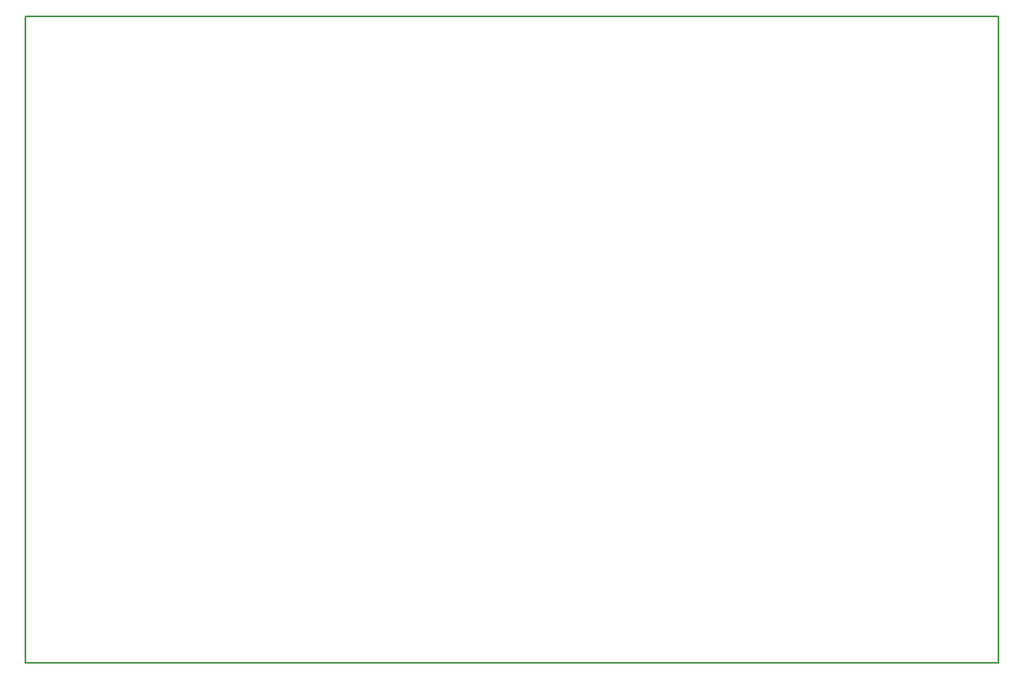
<source format=gbr>
G04 #@! TF.GenerationSoftware,KiCad,Pcbnew,5.0.2-bee76a0~70~ubuntu18.04.1*
G04 #@! TF.CreationDate,2020-06-09T18:29:45+02:00*
G04 #@! TF.ProjectId,DemoNixieControl-KiCad,44656d6f-4e69-4786-9965-436f6e74726f,rev?*
G04 #@! TF.SameCoordinates,Original*
G04 #@! TF.FileFunction,Legend,Bot*
G04 #@! TF.FilePolarity,Positive*
%FSLAX46Y46*%
G04 Gerber Fmt 4.6, Leading zero omitted, Abs format (unit mm)*
G04 Created by KiCad (PCBNEW 5.0.2-bee76a0~70~ubuntu18.04.1) date mar. 09 juin 2020 18:29:45 CEST*
%MOMM*%
%LPD*%
G01*
G04 APERTURE LIST*
%ADD10C,0.150000*%
G04 APERTURE END LIST*
D10*
X143885591Y-64755330D02*
X244469591Y-64755330D01*
X143885591Y-131557330D02*
X143885591Y-64755330D01*
X244469591Y-131557330D02*
X143885591Y-131557330D01*
X244469591Y-64755330D02*
X244469591Y-131557330D01*
M02*

</source>
